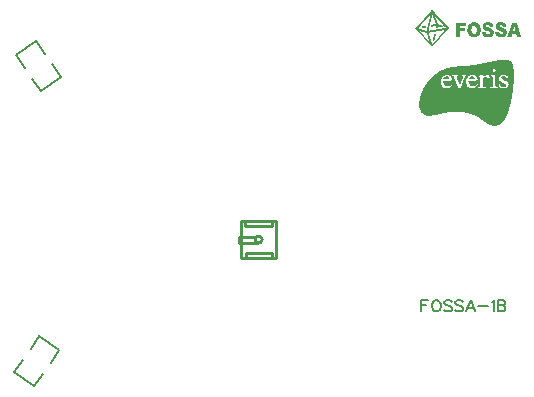
<source format=gto>
G04 Layer: TopSilkLayer*
G04 EasyEDA v6.3.22, 2020-01-22T11:07:26+01:00*
G04 244eb897874448418918cfb691dafd7b,6ac03ef627a24f5ab7c901ca926ad83b,10*
G04 Gerber Generator version 0.2*
G04 Scale: 100 percent, Rotated: No, Reflected: No *
G04 Dimensions in millimeters *
G04 leading zeros omitted , absolute positions ,3 integer and 3 decimal *
%FSLAX33Y33*%
%MOMM*%
G90*
G71D02*

%ADD10C,0.254000*%
%ADD31C,0.199898*%
%ADD32C,0.203200*%

%LPD*%

%LPD*%
G36*
G01X43989Y40299D02*
G01X43914Y40299D01*
G01X43836Y40295D01*
G01X43757Y40289D01*
G01X43678Y40280D01*
G01X43599Y40268D01*
G01X43533Y40257D01*
G01X43491Y40248D01*
G01X43444Y40239D01*
G01X43391Y40229D01*
G01X43335Y40218D01*
G01X43275Y40206D01*
G01X43212Y40194D01*
G01X43145Y40180D01*
G01X43076Y40166D01*
G01X43006Y40151D01*
G01X42934Y40137D01*
G01X42861Y40121D01*
G01X42788Y40106D01*
G01X42716Y40090D01*
G01X42643Y40075D01*
G01X42564Y40058D01*
G01X42487Y40042D01*
G01X42412Y40026D01*
G01X42339Y40011D01*
G01X42268Y39996D01*
G01X42200Y39983D01*
G01X42133Y39969D01*
G01X42067Y39956D01*
G01X42003Y39944D01*
G01X41940Y39932D01*
G01X41820Y39910D01*
G01X41761Y39899D01*
G01X41703Y39889D01*
G01X41646Y39879D01*
G01X41590Y39870D01*
G01X41535Y39861D01*
G01X41480Y39853D01*
G01X41426Y39845D01*
G01X41373Y39837D01*
G01X41319Y39829D01*
G01X41213Y39815D01*
G01X41160Y39809D01*
G01X41106Y39802D01*
G01X41053Y39796D01*
G01X40999Y39791D01*
G01X40944Y39785D01*
G01X40889Y39780D01*
G01X40834Y39774D01*
G01X40777Y39769D01*
G01X40720Y39765D01*
G01X40602Y39755D01*
G01X40480Y39747D01*
G01X40416Y39742D01*
G01X40352Y39738D01*
G01X40285Y39734D01*
G01X40217Y39730D01*
G01X40135Y39725D01*
G01X40055Y39719D01*
G01X39978Y39713D01*
G01X39902Y39705D01*
G01X39829Y39698D01*
G01X39758Y39690D01*
G01X39688Y39680D01*
G01X39620Y39671D01*
G01X39554Y39661D01*
G01X39490Y39650D01*
G01X39427Y39637D01*
G01X39366Y39625D01*
G01X39306Y39611D01*
G01X39247Y39597D01*
G01X39190Y39582D01*
G01X39133Y39566D01*
G01X39077Y39549D01*
G01X39023Y39531D01*
G01X38969Y39512D01*
G01X38916Y39493D01*
G01X38863Y39472D01*
G01X38811Y39451D01*
G01X38760Y39429D01*
G01X38709Y39405D01*
G01X38652Y39378D01*
G01X38597Y39350D01*
G01X38542Y39320D01*
G01X38488Y39291D01*
G01X38434Y39260D01*
G01X38381Y39228D01*
G01X38330Y39195D01*
G01X38278Y39162D01*
G01X38178Y39092D01*
G01X38128Y39056D01*
G01X38080Y39019D01*
G01X38032Y38980D01*
G01X37985Y38942D01*
G01X37893Y38862D01*
G01X37849Y38821D01*
G01X37805Y38779D01*
G01X37762Y38736D01*
G01X37678Y38648D01*
G01X37637Y38604D01*
G01X37597Y38558D01*
G01X37558Y38511D01*
G01X37520Y38464D01*
G01X37483Y38416D01*
G01X37446Y38367D01*
G01X37411Y38319D01*
G01X37376Y38268D01*
G01X37342Y38218D01*
G01X37309Y38167D01*
G01X37277Y38115D01*
G01X37246Y38063D01*
G01X37186Y37955D01*
G01X37130Y37847D01*
G01X37078Y37735D01*
G01X37030Y37621D01*
G01X37008Y37564D01*
G01X36986Y37506D01*
G01X36965Y37447D01*
G01X36946Y37388D01*
G01X36927Y37328D01*
G01X36893Y37208D01*
G01X36878Y37147D01*
G01X36863Y37085D01*
G01X36850Y37023D01*
G01X36838Y36961D01*
G01X36824Y36889D01*
G01X36814Y36818D01*
G01X36805Y36751D01*
G01X36797Y36686D01*
G01X36793Y36622D01*
G01X36790Y36561D01*
G01X36789Y36502D01*
G01X36791Y36445D01*
G01X36794Y36389D01*
G01X36800Y36335D01*
G01X36808Y36282D01*
G01X36818Y36231D01*
G01X36831Y36180D01*
G01X36845Y36131D01*
G01X36862Y36082D01*
G01X36880Y36035D01*
G01X36901Y35987D01*
G01X36924Y35940D01*
G01X36950Y35894D01*
G01X36978Y35848D01*
G01X37006Y35807D01*
G01X37034Y35769D01*
G01X37065Y35734D01*
G01X37097Y35703D01*
G01X37132Y35674D01*
G01X37168Y35649D01*
G01X37207Y35626D01*
G01X37248Y35606D01*
G01X37292Y35589D01*
G01X37340Y35575D01*
G01X37390Y35564D01*
G01X37443Y35556D01*
G01X37500Y35550D01*
G01X37561Y35548D01*
G01X37625Y35548D01*
G01X37693Y35551D01*
G01X37766Y35557D01*
G01X37842Y35565D01*
G01X37924Y35576D01*
G01X38010Y35590D01*
G01X38101Y35606D01*
G01X38197Y35625D01*
G01X38298Y35646D01*
G01X38405Y35670D01*
G01X38495Y35691D01*
G01X38581Y35710D01*
G01X38663Y35728D01*
G01X38742Y35746D01*
G01X38817Y35761D01*
G01X38889Y35776D01*
G01X38959Y35790D01*
G01X39027Y35802D01*
G01X39091Y35814D01*
G01X39154Y35824D01*
G01X39215Y35834D01*
G01X39275Y35842D01*
G01X39333Y35850D01*
G01X39390Y35857D01*
G01X39447Y35863D01*
G01X39503Y35868D01*
G01X39558Y35873D01*
G01X39613Y35877D01*
G01X39669Y35880D01*
G01X39781Y35884D01*
G01X39839Y35885D01*
G01X39898Y35886D01*
G01X40024Y35886D01*
G01X40088Y35884D01*
G01X40153Y35882D01*
G01X40216Y35878D01*
G01X40280Y35874D01*
G01X40343Y35868D01*
G01X40405Y35862D01*
G01X40468Y35855D01*
G01X40529Y35846D01*
G01X40591Y35836D01*
G01X40652Y35826D01*
G01X40713Y35815D01*
G01X40833Y35789D01*
G01X40893Y35774D01*
G01X40952Y35759D01*
G01X41012Y35742D01*
G01X41071Y35724D01*
G01X41130Y35705D01*
G01X41188Y35686D01*
G01X41247Y35664D01*
G01X41304Y35642D01*
G01X41363Y35620D01*
G01X41421Y35595D01*
G01X41478Y35570D01*
G01X41594Y35516D01*
G01X41651Y35487D01*
G01X41708Y35457D01*
G01X41766Y35427D01*
G01X41823Y35395D01*
G01X41881Y35361D01*
G01X41938Y35327D01*
G01X41995Y35292D01*
G01X42052Y35255D01*
G01X42110Y35218D01*
G01X42167Y35179D01*
G01X42224Y35139D01*
G01X42282Y35098D01*
G01X42340Y35055D01*
G01X42410Y35004D01*
G01X42475Y34958D01*
G01X42535Y34915D01*
G01X42592Y34878D01*
G01X42646Y34845D01*
G01X42696Y34816D01*
G01X42744Y34792D01*
G01X42791Y34770D01*
G01X42836Y34752D01*
G01X42880Y34737D01*
G01X42924Y34724D01*
G01X42969Y34715D01*
G01X43015Y34708D01*
G01X43062Y34704D01*
G01X43111Y34701D01*
G01X43162Y34700D01*
G01X43231Y34701D01*
G01X43295Y34704D01*
G01X43354Y34711D01*
G01X43408Y34721D01*
G01X43459Y34735D01*
G01X43508Y34753D01*
G01X43555Y34775D01*
G01X43602Y34803D01*
G01X43648Y34835D01*
G01X43695Y34873D01*
G01X43744Y34916D01*
G01X43795Y34966D01*
G01X43821Y34992D01*
G01X43845Y35020D01*
G01X43870Y35049D01*
G01X43895Y35079D01*
G01X43919Y35111D01*
G01X43943Y35144D01*
G01X43967Y35178D01*
G01X43991Y35213D01*
G01X44014Y35250D01*
G01X44037Y35288D01*
G01X44060Y35327D01*
G01X44083Y35368D01*
G01X44105Y35409D01*
G01X44127Y35452D01*
G01X44149Y35496D01*
G01X44170Y35541D01*
G01X44191Y35587D01*
G01X44213Y35634D01*
G01X44233Y35682D01*
G01X44253Y35731D01*
G01X44274Y35782D01*
G01X44294Y35833D01*
G01X44313Y35885D01*
G01X44332Y35939D01*
G01X44350Y35993D01*
G01X44369Y36048D01*
G01X44388Y36104D01*
G01X44405Y36161D01*
G01X44423Y36219D01*
G01X44457Y36337D01*
G01X44489Y36459D01*
G01X44505Y36521D01*
G01X44535Y36647D01*
G01X44550Y36712D01*
G01X44578Y36842D01*
G01X44617Y37043D01*
G01X44629Y37112D01*
G01X44641Y37180D01*
G01X44674Y37390D01*
G01X44684Y37462D01*
G01X44693Y37533D01*
G01X44702Y37605D01*
G01X44712Y37677D01*
G01X44728Y37824D01*
G01X44735Y37897D01*
G01X44742Y37972D01*
G01X44749Y38046D01*
G01X44755Y38121D01*
G01X44760Y38197D01*
G01X44765Y38272D01*
G01X44770Y38348D01*
G01X44778Y38500D01*
G01X44784Y38654D01*
G01X44786Y38731D01*
G01X44787Y38808D01*
G01X44789Y38886D01*
G01X44789Y39064D01*
G01X44788Y39160D01*
G01X44786Y39250D01*
G01X44783Y39336D01*
G01X44778Y39416D01*
G01X44773Y39492D01*
G01X44766Y39563D01*
G01X44758Y39630D01*
G01X44748Y39692D01*
G01X44737Y39750D01*
G01X44725Y39805D01*
G01X44711Y39855D01*
G01X44695Y39902D01*
G01X44679Y39946D01*
G01X44660Y39987D01*
G01X44639Y40024D01*
G01X44617Y40058D01*
G01X44593Y40090D01*
G01X44567Y40119D01*
G01X44540Y40145D01*
G01X44510Y40170D01*
G01X44478Y40192D01*
G01X44445Y40212D01*
G01X44409Y40231D01*
G01X44366Y40248D01*
G01X44316Y40263D01*
G01X44260Y40275D01*
G01X44199Y40286D01*
G01X44133Y40293D01*
G01X44062Y40297D01*
G01X43989Y40299D01*
G37*

%LPC*%
G36*
G01X41337Y39004D02*
G01X41291Y39006D01*
G01X41245Y39003D01*
G01X41200Y38996D01*
G01X41155Y38985D01*
G01X41111Y38969D01*
G01X41069Y38950D01*
G01X41028Y38928D01*
G01X40989Y38901D01*
G01X40952Y38872D01*
G01X40917Y38839D01*
G01X40885Y38804D01*
G01X40856Y38766D01*
G01X40831Y38724D01*
G01X40808Y38681D01*
G01X40788Y38635D01*
G01X40773Y38586D01*
G01X40762Y38536D01*
G01X40755Y38484D01*
G01X40753Y38429D01*
G01X40756Y38365D01*
G01X40763Y38304D01*
G01X40775Y38247D01*
G01X40791Y38194D01*
G01X40811Y38144D01*
G01X40835Y38098D01*
G01X40862Y38055D01*
G01X40892Y38017D01*
G01X40926Y37983D01*
G01X40962Y37953D01*
G01X41000Y37928D01*
G01X41041Y37907D01*
G01X41084Y37890D01*
G01X41129Y37878D01*
G01X41175Y37871D01*
G01X41222Y37869D01*
G01X41271Y37872D01*
G01X41320Y37880D01*
G01X41371Y37892D01*
G01X41421Y37911D01*
G01X41472Y37935D01*
G01X41522Y37964D01*
G01X41572Y37999D01*
G01X41621Y38039D01*
G01X41678Y38093D01*
G01X41718Y38139D01*
G01X41742Y38174D01*
G01X41749Y38198D01*
G01X41741Y38208D01*
G01X41715Y38203D01*
G01X41675Y38181D01*
G01X41617Y38141D01*
G01X41568Y38108D01*
G01X41517Y38082D01*
G01X41465Y38064D01*
G01X41413Y38052D01*
G01X41361Y38047D01*
G01X41310Y38049D01*
G01X41260Y38057D01*
G01X41213Y38072D01*
G01X41167Y38093D01*
G01X41126Y38119D01*
G01X41087Y38151D01*
G01X41053Y38189D01*
G01X41024Y38232D01*
G01X41000Y38279D01*
G01X40982Y38332D01*
G01X40971Y38389D01*
G01X40953Y38524D01*
G01X41470Y38524D01*
G01X41565Y38525D01*
G01X41634Y38528D01*
G01X41682Y38533D01*
G01X41712Y38542D01*
G01X41729Y38553D01*
G01X41737Y38569D01*
G01X41738Y38590D01*
G01X41734Y38635D01*
G01X41724Y38682D01*
G01X41707Y38730D01*
G01X41685Y38778D01*
G01X41659Y38823D01*
G01X41630Y38864D01*
G01X41598Y38898D01*
G01X41565Y38925D01*
G01X41521Y38951D01*
G01X41476Y38971D01*
G01X41430Y38987D01*
G01X41384Y38998D01*
G01X41337Y39004D01*
G37*
G36*
G01X39186Y39006D02*
G01X39139Y39008D01*
G01X39094Y39004D01*
G01X39047Y38993D01*
G01X38996Y38975D01*
G01X38939Y38951D01*
G01X38885Y38924D01*
G01X38838Y38896D01*
G01X38797Y38866D01*
G01X38761Y38832D01*
G01X38729Y38795D01*
G01X38701Y38751D01*
G01X38675Y38703D01*
G01X38649Y38646D01*
G01X38629Y38592D01*
G01X38615Y38537D01*
G01X38606Y38482D01*
G01X38603Y38428D01*
G01X38604Y38373D01*
G01X38610Y38321D01*
G01X38620Y38269D01*
G01X38635Y38218D01*
G01X38654Y38170D01*
G01X38677Y38124D01*
G01X38703Y38081D01*
G01X38733Y38042D01*
G01X38767Y38005D01*
G01X38803Y37972D01*
G01X38842Y37943D01*
G01X38885Y37919D01*
G01X38930Y37899D01*
G01X38976Y37885D01*
G01X39026Y37876D01*
G01X39077Y37873D01*
G01X39129Y37877D01*
G01X39185Y37888D01*
G01X39244Y37905D01*
G01X39302Y37928D01*
G01X39359Y37955D01*
G01X39415Y37985D01*
G01X39466Y38018D01*
G01X39511Y38053D01*
G01X39548Y38088D01*
G01X39577Y38123D01*
G01X39596Y38156D01*
G01X39602Y38188D01*
G01X39594Y38220D01*
G01X39572Y38229D01*
G01X39541Y38215D01*
G01X39504Y38180D01*
G01X39444Y38126D01*
G01X39364Y38080D01*
G01X39279Y38048D01*
G01X39201Y38036D01*
G01X39154Y38039D01*
G01X39109Y38048D01*
G01X39066Y38063D01*
G01X39026Y38083D01*
G01X38987Y38109D01*
G01X38952Y38140D01*
G01X38920Y38176D01*
G01X38891Y38216D01*
G01X38866Y38261D01*
G01X38845Y38309D01*
G01X38827Y38362D01*
G01X38815Y38418D01*
G01X38795Y38524D01*
G01X39303Y38524D01*
G01X39390Y38525D01*
G01X39460Y38527D01*
G01X39515Y38533D01*
G01X39555Y38542D01*
G01X39583Y38554D01*
G01X39598Y38573D01*
G01X39603Y38596D01*
G01X39599Y38628D01*
G01X39586Y38667D01*
G01X39566Y38714D01*
G01X39541Y38771D01*
G01X39506Y38838D01*
G01X39465Y38888D01*
G01X39414Y38926D01*
G01X39347Y38958D01*
G01X39287Y38980D01*
G01X39234Y38997D01*
G01X39186Y39006D01*
G37*
G36*
G01X43934Y38998D02*
G01X43879Y38999D01*
G01X43829Y38997D01*
G01X43788Y38991D01*
G01X43739Y38976D01*
G01X43695Y38952D01*
G01X43654Y38921D01*
G01X43619Y38883D01*
G01X43590Y38840D01*
G01X43569Y38794D01*
G01X43555Y38744D01*
G01X43550Y38692D01*
G01X43552Y38641D01*
G01X43559Y38598D01*
G01X43575Y38560D01*
G01X43603Y38526D01*
G01X43646Y38490D01*
G01X43708Y38450D01*
G01X43792Y38403D01*
G01X43901Y38345D01*
G01X43990Y38296D01*
G01X44059Y38253D01*
G01X44110Y38213D01*
G01X44143Y38177D01*
G01X44158Y38142D01*
G01X44159Y38107D01*
G01X44144Y38071D01*
G01X44115Y38033D01*
G01X44082Y38007D01*
G01X44042Y37988D01*
G01X43995Y37978D01*
G01X43944Y37975D01*
G01X43892Y37979D01*
G01X43839Y37989D01*
G01X43790Y38005D01*
G01X43744Y38026D01*
G01X43705Y38052D01*
G01X43674Y38082D01*
G01X43654Y38115D01*
G01X43647Y38152D01*
G01X43642Y38170D01*
G01X43628Y38184D01*
G01X43607Y38195D01*
G01X43581Y38198D01*
G01X43547Y38194D01*
G01X43528Y38177D01*
G01X43521Y38140D01*
G01X43524Y38077D01*
G01X43534Y38010D01*
G01X43555Y37969D01*
G01X43600Y37940D01*
G01X43680Y37913D01*
G01X43758Y37893D01*
G01X43834Y37882D01*
G01X43908Y37877D01*
G01X43979Y37881D01*
G01X44045Y37891D01*
G01X44107Y37908D01*
G01X44163Y37932D01*
G01X44214Y37962D01*
G01X44257Y37999D01*
G01X44294Y38041D01*
G01X44321Y38089D01*
G01X44340Y38142D01*
G01X44348Y38183D01*
G01X44351Y38221D01*
G01X44349Y38256D01*
G01X44340Y38290D01*
G01X44325Y38322D01*
G01X44303Y38354D01*
G01X44273Y38386D01*
G01X44235Y38418D01*
G01X44189Y38451D01*
G01X44134Y38486D01*
G01X44070Y38523D01*
G01X43996Y38563D01*
G01X43903Y38614D01*
G01X43830Y38658D01*
G01X43777Y38697D01*
G01X43741Y38732D01*
G01X43723Y38765D01*
G01X43721Y38797D01*
G01X43734Y38829D01*
G01X43762Y38862D01*
G01X43808Y38893D01*
G01X43868Y38908D01*
G01X43934Y38910D01*
G01X44002Y38900D01*
G01X44064Y38879D01*
G01X44117Y38849D01*
G01X44152Y38811D01*
G01X44166Y38766D01*
G01X44171Y38748D01*
G01X44184Y38733D01*
G01X44205Y38723D01*
G01X44230Y38719D01*
G01X44265Y38727D01*
G01X44287Y38749D01*
G01X44300Y38781D01*
G01X44301Y38818D01*
G01X44293Y38858D01*
G01X44274Y38896D01*
G01X44245Y38927D01*
G01X44208Y38949D01*
G01X44163Y38964D01*
G01X44111Y38976D01*
G01X44053Y38986D01*
G01X43993Y38993D01*
G01X43934Y38998D01*
G37*
G36*
G01X39929Y38978D02*
G01X39829Y38979D01*
G01X39744Y38978D01*
G01X39675Y38973D01*
G01X39622Y38966D01*
G01X39587Y38956D01*
G01X39570Y38944D01*
G01X39571Y38930D01*
G01X39593Y38914D01*
G01X39635Y38898D01*
G01X39654Y38891D01*
G01X39673Y38881D01*
G01X39691Y38867D01*
G01X39708Y38847D01*
G01X39726Y38821D01*
G01X39745Y38786D01*
G01X39766Y38742D01*
G01X39790Y38687D01*
G01X39817Y38620D01*
G01X39849Y38539D01*
G01X39885Y38442D01*
G01X39927Y38329D01*
G01X39977Y38195D01*
G01X40016Y38094D01*
G01X40047Y38021D01*
G01X40073Y37972D01*
G01X40097Y37941D01*
G01X40122Y37924D01*
G01X40152Y37916D01*
G01X40188Y37912D01*
G01X40299Y37902D01*
G01X40460Y38363D01*
G01X40498Y38472D01*
G01X40534Y38569D01*
G01X40568Y38653D01*
G01X40598Y38724D01*
G01X40626Y38782D01*
G01X40651Y38828D01*
G01X40674Y38861D01*
G01X40693Y38882D01*
G01X40751Y38933D01*
G01X40754Y38963D01*
G01X40698Y38976D01*
G01X40573Y38979D01*
G01X40507Y38978D01*
G01X40455Y38973D01*
G01X40415Y38965D01*
G01X40389Y38954D01*
G01X40378Y38942D01*
G01X40383Y38928D01*
G01X40405Y38913D01*
G01X40444Y38898D01*
G01X40469Y38888D01*
G01X40490Y38873D01*
G01X40503Y38858D01*
G01X40508Y38843D01*
G01X40504Y38819D01*
G01X40492Y38775D01*
G01X40421Y38562D01*
G01X40361Y38394D01*
G01X40332Y38314D01*
G01X40305Y38243D01*
G01X40281Y38185D01*
G01X40264Y38145D01*
G01X40253Y38125D01*
G01X40246Y38128D01*
G01X40234Y38145D01*
G01X40218Y38174D01*
G01X40198Y38216D01*
G01X40176Y38267D01*
G01X40151Y38327D01*
G01X40124Y38394D01*
G01X40097Y38467D01*
G01X40054Y38586D01*
G01X40022Y38677D01*
G01X40001Y38744D01*
G01X39990Y38791D01*
G01X39987Y38826D01*
G01X39993Y38849D01*
G01X40006Y38869D01*
G01X40026Y38887D01*
G01X40050Y38910D01*
G01X40070Y38931D01*
G01X40083Y38949D01*
G01X40088Y38961D01*
G01X40067Y38968D01*
G01X40012Y38974D01*
G01X39929Y38978D01*
G37*
G36*
G01X42144Y39002D02*
G01X42135Y39008D01*
G01X42121Y39006D01*
G01X42103Y39003D01*
G01X42083Y38999D01*
G01X42062Y38994D01*
G01X42033Y38989D01*
G01X41992Y38981D01*
G01X41943Y38973D01*
G01X41892Y38964D01*
G01X41808Y38943D01*
G01X41775Y38918D01*
G01X41795Y38893D01*
G01X41869Y38870D01*
G01X41967Y38850D01*
G01X41949Y37987D01*
G01X41860Y37976D01*
G01X41825Y37970D01*
G01X41797Y37960D01*
G01X41777Y37948D01*
G01X41771Y37936D01*
G01X41796Y37924D01*
G01X41867Y37914D01*
G01X41972Y37908D01*
G01X42101Y37906D01*
G01X42235Y37908D01*
G01X42333Y37914D01*
G01X42390Y37923D01*
G01X42400Y37935D01*
G01X42382Y37948D01*
G01X42355Y37959D01*
G01X42322Y37969D01*
G01X42288Y37976D01*
G01X42262Y37980D01*
G01X42242Y37988D01*
G01X42227Y38004D01*
G01X42217Y38031D01*
G01X42210Y38074D01*
G01X42205Y38137D01*
G01X42202Y38225D01*
G01X42198Y38340D01*
G01X42196Y38471D01*
G01X42197Y38573D01*
G01X42204Y38650D01*
G01X42218Y38709D01*
G01X42242Y38752D01*
G01X42276Y38785D01*
G01X42323Y38814D01*
G01X42384Y38842D01*
G01X42448Y38866D01*
G01X42487Y38872D01*
G01X42515Y38857D01*
G01X42542Y38820D01*
G01X42566Y38794D01*
G01X42597Y38772D01*
G01X42631Y38757D01*
G01X42664Y38752D01*
G01X42704Y38755D01*
G01X42727Y38770D01*
G01X42739Y38800D01*
G01X42742Y38848D01*
G01X42737Y38891D01*
G01X42723Y38927D01*
G01X42702Y38956D01*
G01X42674Y38978D01*
G01X42640Y38993D01*
G01X42600Y39001D01*
G01X42556Y39002D01*
G01X42508Y38995D01*
G01X42458Y38981D01*
G01X42406Y38960D01*
G01X42352Y38931D01*
G01X42299Y38895D01*
G01X42221Y38839D01*
G01X42180Y38824D01*
G01X42162Y38848D01*
G01X42159Y38914D01*
G01X42157Y38952D01*
G01X42152Y38983D01*
G01X42144Y39002D01*
G37*
G36*
G01X43206Y38997D02*
G01X43150Y38997D01*
G01X43059Y38989D01*
G01X42960Y38976D01*
G01X42878Y38962D01*
G01X42833Y38941D01*
G01X42824Y38915D01*
G01X42849Y38892D01*
G01X42904Y38882D01*
G01X42938Y38877D01*
G01X42965Y38861D01*
G01X42987Y38832D01*
G01X43005Y38789D01*
G01X43017Y38732D01*
G01X43026Y38657D01*
G01X43031Y38564D01*
G01X43032Y38453D01*
G01X43031Y38321D01*
G01X43028Y38217D01*
G01X43020Y38138D01*
G01X43009Y38079D01*
G01X42992Y38038D01*
G01X42969Y38010D01*
G01X42938Y37992D01*
G01X42899Y37981D01*
G01X42842Y37967D01*
G01X42811Y37953D01*
G01X42805Y37940D01*
G01X42823Y37929D01*
G01X42865Y37919D01*
G01X42928Y37912D01*
G01X43011Y37907D01*
G01X43113Y37906D01*
G01X43239Y37908D01*
G01X43336Y37914D01*
G01X43399Y37925D01*
G01X43421Y37938D01*
G01X43416Y37951D01*
G01X43403Y37961D01*
G01X43382Y37968D01*
G01X43357Y37971D01*
G01X43332Y37973D01*
G01X43310Y37981D01*
G01X43290Y37995D01*
G01X43274Y38016D01*
G01X43261Y38045D01*
G01X43250Y38083D01*
G01X43241Y38131D01*
G01X43235Y38190D01*
G01X43231Y38260D01*
G01X43229Y38342D01*
G01X43228Y38438D01*
G01X43229Y38548D01*
G01X43229Y38721D01*
G01X43227Y38797D01*
G01X43224Y38864D01*
G01X43221Y38919D01*
G01X43217Y38961D01*
G01X43212Y38988D01*
G01X43206Y38997D01*
G37*
G36*
G01X43146Y39524D02*
G01X43112Y39529D01*
G01X43079Y39512D01*
G01X43035Y39470D01*
G01X42995Y39406D01*
G01X42992Y39341D01*
G01X43023Y39286D01*
G01X43086Y39252D01*
G01X43139Y39249D01*
G01X43186Y39264D01*
G01X43224Y39294D01*
G01X43249Y39334D01*
G01X43261Y39379D01*
G01X43258Y39424D01*
G01X43237Y39466D01*
G01X43197Y39500D01*
G01X43146Y39524D01*
G37*

%LPD*%
G36*
G01X41285Y38907D02*
G01X41238Y38907D01*
G01X41191Y38899D01*
G01X41144Y38882D01*
G01X41099Y38856D01*
G01X41056Y38819D01*
G01X41005Y38764D01*
G01X40972Y38720D01*
G01X40959Y38685D01*
G01X40966Y38659D01*
G01X40995Y38641D01*
G01X41047Y38629D01*
G01X41122Y38623D01*
G01X41221Y38621D01*
G01X41366Y38623D01*
G01X41443Y38632D01*
G01X41474Y38654D01*
G01X41479Y38697D01*
G01X41474Y38747D01*
G01X41459Y38790D01*
G01X41436Y38828D01*
G01X41406Y38859D01*
G01X41369Y38882D01*
G01X41329Y38898D01*
G01X41285Y38907D01*
G37*

%LPD*%
G36*
G01X39143Y38909D02*
G01X39105Y38914D01*
G01X39066Y38908D01*
G01X39019Y38890D01*
G01X38970Y38863D01*
G01X38926Y38830D01*
G01X38886Y38793D01*
G01X38855Y38752D01*
G01X38834Y38715D01*
G01X38826Y38684D01*
G01X38834Y38650D01*
G01X38868Y38631D01*
G01X38946Y38623D01*
G01X39085Y38621D01*
G01X39226Y38623D01*
G01X39304Y38632D01*
G01X39336Y38652D01*
G01X39344Y38688D01*
G01X39337Y38724D01*
G01X39320Y38762D01*
G01X39293Y38800D01*
G01X39260Y38836D01*
G01X39223Y38867D01*
G01X39183Y38892D01*
G01X39143Y38909D01*
G37*

%LPD*%
G36*
G01X44850Y43426D02*
G01X44760Y43429D01*
G01X44697Y43423D01*
G01X44658Y43411D01*
G01X44641Y43391D01*
G01X44636Y43379D01*
G01X44630Y43358D01*
G01X44620Y43329D01*
G01X44607Y43291D01*
G01X44575Y43195D01*
G01X44556Y43137D01*
G01X44535Y43075D01*
G01X44512Y43008D01*
G01X44489Y42937D01*
G01X44464Y42864D01*
G01X44438Y42788D01*
G01X44251Y42231D01*
G01X44424Y42231D01*
G01X44520Y42234D01*
G01X44575Y42246D01*
G01X44606Y42278D01*
G01X44629Y42337D01*
G01X44652Y42397D01*
G01X44684Y42428D01*
G01X44744Y42441D01*
G01X44850Y42443D01*
G01X44957Y42441D01*
G01X45015Y42429D01*
G01X45042Y42397D01*
G01X45057Y42337D01*
G01X45071Y42277D01*
G01X45098Y42245D01*
G01X45154Y42233D01*
G01X45258Y42231D01*
G01X45440Y42231D01*
G01X45242Y42823D01*
G01X45045Y43416D01*
G01X44850Y43426D01*
G37*

%LPC*%
G36*
G01X44857Y43069D02*
G01X44846Y43080D01*
G01X44822Y43041D01*
G01X44790Y42950D01*
G01X44763Y42846D01*
G01X44751Y42766D01*
G01X44758Y42751D01*
G01X44779Y42738D01*
G01X44809Y42729D01*
G01X44846Y42726D01*
G01X44907Y42732D01*
G01X44935Y42761D01*
G01X44932Y42826D01*
G01X44904Y42943D01*
G01X44888Y42996D01*
G01X44872Y43039D01*
G01X44857Y43069D01*
G37*

%LPD*%
G36*
G01X40729Y43433D02*
G01X39874Y43433D01*
G01X39874Y42231D01*
G01X40223Y42231D01*
G01X40223Y42726D01*
G01X40666Y42726D01*
G01X40666Y43009D01*
G01X40444Y43009D01*
G01X40326Y43011D01*
G01X40259Y43020D01*
G01X40230Y43041D01*
G01X40223Y43080D01*
G01X40230Y43118D01*
G01X40263Y43139D01*
G01X40339Y43149D01*
G01X40476Y43151D01*
G01X40729Y43151D01*
G01X40729Y43433D01*
G37*

%LPD*%
G36*
G01X41496Y43463D02*
G01X41426Y43469D01*
G01X41357Y43463D01*
G01X41283Y43447D01*
G01X41209Y43422D01*
G01X41141Y43389D01*
G01X41082Y43351D01*
G01X41031Y43308D01*
G01X40987Y43259D01*
G01X40951Y43204D01*
G01X40921Y43142D01*
G01X40897Y43072D01*
G01X40879Y42994D01*
G01X40867Y42906D01*
G01X40863Y42847D01*
G01X40863Y42788D01*
G01X40867Y42730D01*
G01X40874Y42674D01*
G01X40886Y42619D01*
G01X40902Y42566D01*
G01X40921Y42516D01*
G01X40944Y42469D01*
G01X40971Y42424D01*
G01X41001Y42383D01*
G01X41034Y42344D01*
G01X41070Y42310D01*
G01X41106Y42281D01*
G01X41138Y42259D01*
G01X41171Y42241D01*
G01X41206Y42229D01*
G01X41246Y42221D01*
G01X41295Y42216D01*
G01X41355Y42214D01*
G01X41429Y42213D01*
G01X41498Y42214D01*
G01X41559Y42218D01*
G01X41613Y42226D01*
G01X41662Y42237D01*
G01X41705Y42253D01*
G01X41744Y42272D01*
G01X41779Y42297D01*
G01X41811Y42328D01*
G01X41841Y42365D01*
G01X41869Y42407D01*
G01X41897Y42457D01*
G01X41925Y42515D01*
G01X41950Y42577D01*
G01X41969Y42640D01*
G01X41983Y42704D01*
G01X41992Y42768D01*
G01X41995Y42832D01*
G01X41993Y42895D01*
G01X41986Y42958D01*
G01X41974Y43018D01*
G01X41957Y43077D01*
G01X41935Y43133D01*
G01X41909Y43186D01*
G01X41878Y43235D01*
G01X41843Y43281D01*
G01X41803Y43322D01*
G01X41760Y43358D01*
G01X41712Y43389D01*
G01X41644Y43422D01*
G01X41570Y43447D01*
G01X41496Y43463D01*
G37*

%LPC*%
G36*
G01X41470Y43180D02*
G01X41426Y43186D01*
G01X41378Y43178D01*
G01X41334Y43155D01*
G01X41296Y43120D01*
G01X41263Y43073D01*
G01X41236Y43019D01*
G01X41217Y42958D01*
G01X41204Y42893D01*
G01X41200Y42825D01*
G01X41203Y42756D01*
G01X41216Y42690D01*
G01X41238Y42628D01*
G01X41270Y42572D01*
G01X41329Y42515D01*
G01X41400Y42483D01*
G01X41475Y42479D01*
G01X41540Y42505D01*
G01X41569Y42533D01*
G01X41593Y42571D01*
G01X41613Y42615D01*
G01X41629Y42665D01*
G01X41640Y42720D01*
G01X41646Y42777D01*
G01X41648Y42836D01*
G01X41645Y42895D01*
G01X41637Y42951D01*
G01X41624Y43004D01*
G01X41606Y43052D01*
G01X41582Y43093D01*
G01X41548Y43133D01*
G01X41510Y43162D01*
G01X41470Y43180D01*
G37*

%LPD*%
G36*
G01X42681Y43462D02*
G01X42611Y43465D01*
G01X42540Y43463D01*
G01X42472Y43453D01*
G01X42410Y43439D01*
G01X42357Y43418D01*
G01X42295Y43381D01*
G01X42244Y43335D01*
G01X42204Y43282D01*
G01X42176Y43223D01*
G01X42160Y43160D01*
G01X42157Y43095D01*
G01X42167Y43029D01*
G01X42191Y42962D01*
G01X42213Y42922D01*
G01X42237Y42888D01*
G01X42265Y42857D01*
G01X42300Y42830D01*
G01X42343Y42804D01*
G01X42397Y42779D01*
G01X42464Y42753D01*
G01X42545Y42724D01*
G01X42663Y42682D01*
G01X42726Y42648D01*
G01X42750Y42610D01*
G01X42750Y42556D01*
G01X42741Y42509D01*
G01X42724Y42478D01*
G01X42695Y42459D01*
G01X42651Y42449D01*
G01X42577Y42457D01*
G01X42509Y42493D01*
G01X42459Y42547D01*
G01X42439Y42610D01*
G01X42432Y42632D01*
G01X42406Y42646D01*
G01X42360Y42651D01*
G01X42289Y42648D01*
G01X42212Y42640D01*
G01X42165Y42625D01*
G01X42140Y42600D01*
G01X42129Y42560D01*
G01X42131Y42519D01*
G01X42149Y42469D01*
G01X42180Y42414D01*
G01X42224Y42354D01*
G01X42286Y42286D01*
G01X42344Y42244D01*
G01X42416Y42220D01*
G01X42522Y42206D01*
G01X42603Y42201D01*
G01X42678Y42203D01*
G01X42748Y42212D01*
G01X42812Y42227D01*
G01X42870Y42248D01*
G01X42921Y42277D01*
G01X42967Y42311D01*
G01X43006Y42352D01*
G01X43038Y42398D01*
G01X43064Y42451D01*
G01X43083Y42510D01*
G01X43095Y42574D01*
G01X43098Y42632D01*
G01X43093Y42686D01*
G01X43079Y42737D01*
G01X43058Y42784D01*
G01X43027Y42828D01*
G01X42988Y42869D01*
G01X42940Y42907D01*
G01X42882Y42943D01*
G01X42816Y42975D01*
G01X42740Y43006D01*
G01X42654Y43034D01*
G01X42558Y43060D01*
G01X42520Y43073D01*
G01X42493Y43093D01*
G01X42476Y43119D01*
G01X42471Y43151D01*
G01X42480Y43184D01*
G01X42504Y43208D01*
G01X42538Y43222D01*
G01X42580Y43226D01*
G01X42623Y43221D01*
G01X42664Y43207D01*
G01X42700Y43184D01*
G01X42724Y43151D01*
G01X42748Y43117D01*
G01X42781Y43095D01*
G01X42829Y43083D01*
G01X42898Y43080D01*
G01X42953Y43082D01*
G01X43001Y43088D01*
G01X43035Y43096D01*
G01X43053Y43106D01*
G01X43059Y43137D01*
G01X43054Y43177D01*
G01X43038Y43221D01*
G01X43014Y43269D01*
G01X42983Y43315D01*
G01X42947Y43357D01*
G01X42909Y43392D01*
G01X42869Y43417D01*
G01X42813Y43438D01*
G01X42749Y43453D01*
G01X42681Y43462D01*
G37*

%LPD*%
G36*
G01X43710Y43465D02*
G01X43641Y43465D01*
G01X43577Y43461D01*
G01X43523Y43454D01*
G01X43484Y43444D01*
G01X43441Y43421D01*
G01X43399Y43390D01*
G01X43362Y43352D01*
G01X43329Y43309D01*
G01X43301Y43262D01*
G01X43281Y43212D01*
G01X43267Y43162D01*
G01X43263Y43113D01*
G01X43267Y43047D01*
G01X43280Y42989D01*
G01X43302Y42938D01*
G01X43335Y42893D01*
G01X43380Y42852D01*
G01X43438Y42814D01*
G01X43509Y42779D01*
G01X43596Y42745D01*
G01X43673Y42715D01*
G01X43736Y42686D01*
G01X43786Y42658D01*
G01X43823Y42629D01*
G01X43848Y42600D01*
G01X43860Y42569D01*
G01X43863Y42536D01*
G01X43855Y42501D01*
G01X43829Y42464D01*
G01X43789Y42445D01*
G01X43738Y42442D01*
G01X43685Y42453D01*
G01X43634Y42478D01*
G01X43589Y42512D01*
G01X43559Y42555D01*
G01X43548Y42605D01*
G01X43540Y42628D01*
G01X43516Y42644D01*
G01X43475Y42652D01*
G01X43413Y42655D01*
G01X43346Y42653D01*
G01X43295Y42647D01*
G01X43259Y42637D01*
G01X43236Y42618D01*
G01X43227Y42592D01*
G01X43229Y42557D01*
G01X43241Y42510D01*
G01X43264Y42450D01*
G01X43293Y42388D01*
G01X43329Y42334D01*
G01X43372Y42291D01*
G01X43422Y42256D01*
G01X43479Y42229D01*
G01X43546Y42210D01*
G01X43621Y42199D01*
G01X43706Y42196D01*
G01X43780Y42199D01*
G01X43849Y42209D01*
G01X43912Y42225D01*
G01X43969Y42247D01*
G01X44021Y42275D01*
G01X44066Y42309D01*
G01X44105Y42349D01*
G01X44137Y42394D01*
G01X44162Y42444D01*
G01X44180Y42499D01*
G01X44191Y42559D01*
G01X44196Y42624D01*
G01X44193Y42677D01*
G01X44186Y42724D01*
G01X44174Y42768D01*
G01X44155Y42807D01*
G01X44129Y42843D01*
G01X44097Y42876D01*
G01X44056Y42907D01*
G01X44007Y42936D01*
G01X43949Y42963D01*
G01X43881Y42990D01*
G01X43803Y43017D01*
G01X43714Y43043D01*
G01X43650Y43065D01*
G01X43609Y43089D01*
G01X43586Y43117D01*
G01X43579Y43152D01*
G01X43589Y43185D01*
G01X43614Y43209D01*
G01X43650Y43223D01*
G01X43693Y43228D01*
G01X43736Y43223D01*
G01X43775Y43208D01*
G01X43806Y43184D01*
G01X43824Y43151D01*
G01X43838Y43115D01*
G01X43866Y43093D01*
G01X43916Y43083D01*
G01X43995Y43080D01*
G01X44078Y43082D01*
G01X44125Y43093D01*
G01X44145Y43117D01*
G01X44149Y43161D01*
G01X44145Y43199D01*
G01X44132Y43239D01*
G01X44112Y43278D01*
G01X44085Y43317D01*
G01X44054Y43353D01*
G01X44018Y43386D01*
G01X43979Y43414D01*
G01X43938Y43436D01*
G01X43898Y43447D01*
G01X43843Y43456D01*
G01X43779Y43462D01*
G01X43710Y43465D01*
G37*

%LPD*%
G36*
G01X37885Y44525D02*
G01X37880Y44529D01*
G01X37874Y44525D01*
G01X37843Y44494D01*
G01X37817Y44467D01*
G01X37786Y44433D01*
G01X37748Y44393D01*
G01X37706Y44347D01*
G01X37659Y44296D01*
G01X37607Y44239D01*
G01X37551Y44178D01*
G01X37492Y44112D01*
G01X37429Y44043D01*
G01X37363Y43970D01*
G01X37295Y43894D01*
G01X37224Y43815D01*
G01X37152Y43734D01*
G01X36439Y42938D01*
G01X37160Y42134D01*
G01X37880Y41329D01*
G01X39320Y42938D01*
G01X38608Y43734D01*
G01X38535Y43815D01*
G01X38465Y43894D01*
G01X38396Y43970D01*
G01X38330Y44043D01*
G01X38268Y44112D01*
G01X38208Y44178D01*
G01X38152Y44239D01*
G01X38101Y44296D01*
G01X38053Y44347D01*
G01X38011Y44393D01*
G01X37974Y44433D01*
G01X37943Y44467D01*
G01X37917Y44494D01*
G01X37898Y44513D01*
G01X37885Y44525D01*
G37*

%LPC*%
G36*
G01X38896Y42792D02*
G01X38877Y42793D01*
G01X38856Y42790D01*
G01X38820Y42786D01*
G01X38771Y42779D01*
G01X38710Y42769D01*
G01X38639Y42758D01*
G01X38560Y42745D01*
G01X38475Y42732D01*
G01X38385Y42716D01*
G01X38292Y42701D01*
G01X38198Y42685D01*
G01X38105Y42669D01*
G01X38014Y42653D01*
G01X37926Y42638D01*
G01X37844Y42623D01*
G01X37771Y42610D01*
G01X37706Y42598D01*
G01X37652Y42587D01*
G01X37610Y42579D01*
G01X37583Y42573D01*
G01X37572Y42569D01*
G01X37574Y42557D01*
G01X37582Y42526D01*
G01X37597Y42479D01*
G01X37617Y42418D01*
G01X37642Y42346D01*
G01X37669Y42267D01*
G01X37699Y42183D01*
G01X37730Y42096D01*
G01X37762Y42009D01*
G01X37793Y41924D01*
G01X37822Y41846D01*
G01X37849Y41775D01*
G01X37872Y41716D01*
G01X37891Y41670D01*
G01X37904Y41640D01*
G01X37911Y41630D01*
G01X37918Y41635D01*
G01X37959Y41676D01*
G01X37991Y41710D01*
G01X38030Y41752D01*
G01X38076Y41801D01*
G01X38128Y41857D01*
G01X38184Y41919D01*
G01X38246Y41987D01*
G01X38311Y42058D01*
G01X38379Y42135D01*
G01X38450Y42213D01*
G01X38560Y42337D01*
G01X38653Y42441D01*
G01X38729Y42529D01*
G01X38791Y42601D01*
G01X38839Y42659D01*
G01X38874Y42704D01*
G01X38898Y42738D01*
G01X38910Y42763D01*
G01X38913Y42779D01*
G01X38908Y42788D01*
G01X38896Y42792D01*
G37*
G36*
G01X37115Y42662D02*
G01X36824Y42756D01*
G01X37233Y42299D01*
G01X37315Y42207D01*
G01X37392Y42122D01*
G01X37462Y42044D01*
G01X37523Y41976D01*
G01X37614Y41878D01*
G01X37639Y41851D01*
G01X37649Y41842D01*
G01X37651Y41843D01*
G01X37651Y41850D01*
G01X37646Y41867D01*
G01X37636Y41899D01*
G01X37592Y42031D01*
G01X37554Y42140D01*
G01X37504Y42284D01*
G01X37406Y42567D01*
G01X37115Y42662D01*
G37*
G36*
G01X37712Y44078D02*
G01X37713Y44091D01*
G01X37707Y44088D01*
G01X37692Y44074D01*
G01X37669Y44051D01*
G01X37639Y44020D01*
G01X37601Y43981D01*
G01X37558Y43934D01*
G01X37509Y43881D01*
G01X37454Y43822D01*
G01X37395Y43757D01*
G01X37333Y43689D01*
G01X37267Y43615D01*
G01X37199Y43540D01*
G01X37118Y43448D01*
G01X37045Y43365D01*
G01X36979Y43289D01*
G01X36922Y43222D01*
G01X36873Y43162D01*
G01X36831Y43111D01*
G01X36797Y43066D01*
G01X36771Y43030D01*
G01X36752Y43001D01*
G01X36741Y42979D01*
G01X36738Y42965D01*
G01X36742Y42958D01*
G01X36784Y42943D01*
G01X36865Y42915D01*
G01X36973Y42878D01*
G01X37096Y42838D01*
G01X37405Y42736D01*
G01X37435Y42864D01*
G01X37440Y42886D01*
G01X37447Y42917D01*
G01X37456Y42956D01*
G01X37468Y43002D01*
G01X37480Y43055D01*
G01X37494Y43114D01*
G01X37509Y43177D01*
G01X37524Y43244D01*
G01X37541Y43314D01*
G01X37558Y43387D01*
G01X37576Y43461D01*
G01X37594Y43536D01*
G01X37619Y43645D01*
G01X37643Y43748D01*
G01X37664Y43842D01*
G01X37682Y43923D01*
G01X37696Y43992D01*
G01X37706Y44044D01*
G01X37712Y44078D01*
G37*
G36*
G01X37902Y44133D02*
G01X37898Y44141D01*
G01X37895Y44134D01*
G01X37889Y44113D01*
G01X37880Y44081D01*
G01X37869Y44038D01*
G01X37856Y43984D01*
G01X37841Y43923D01*
G01X37824Y43854D01*
G01X37806Y43780D01*
G01X37787Y43700D01*
G01X37768Y43616D01*
G01X37747Y43531D01*
G01X37707Y43357D01*
G01X37687Y43271D01*
G01X37668Y43188D01*
G01X37650Y43108D01*
G01X37633Y43033D01*
G01X37617Y42964D01*
G01X37604Y42902D01*
G01X37592Y42848D01*
G01X37583Y42804D01*
G01X37576Y42771D01*
G01X37573Y42750D01*
G01X37572Y42742D01*
G01X37581Y42741D01*
G01X37604Y42744D01*
G01X37639Y42748D01*
G01X37685Y42755D01*
G01X37741Y42764D01*
G01X37806Y42775D01*
G01X37878Y42787D01*
G01X37955Y42800D01*
G01X38038Y42815D01*
G01X38124Y42830D01*
G01X38213Y42846D01*
G01X38303Y42863D01*
G01X38392Y42879D01*
G01X38481Y42896D01*
G01X38566Y42912D01*
G01X38648Y42928D01*
G01X38725Y42942D01*
G01X38796Y42957D01*
G01X38859Y42969D01*
G01X38914Y42980D01*
G01X38958Y42990D01*
G01X38992Y42998D01*
G01X39012Y43004D01*
G01X39019Y43007D01*
G01X39015Y43015D01*
G01X39003Y43031D01*
G01X38983Y43056D01*
G01X38956Y43088D01*
G01X38923Y43127D01*
G01X38884Y43172D01*
G01X38840Y43223D01*
G01X38791Y43279D01*
G01X38738Y43339D01*
G01X38681Y43403D01*
G01X38621Y43470D01*
G01X38559Y43540D01*
G01X38494Y43612D01*
G01X38432Y43679D01*
G01X38375Y43740D01*
G01X38324Y43795D01*
G01X38277Y43843D01*
G01X38236Y43884D01*
G01X38201Y43917D01*
G01X38172Y43944D01*
G01X38150Y43961D01*
G01X38135Y43971D01*
G01X38127Y43972D01*
G01X38128Y43964D01*
G01X38161Y43865D01*
G01X38178Y43818D01*
G01X38196Y43765D01*
G01X38215Y43708D01*
G01X38256Y43591D01*
G01X38355Y43306D01*
G01X38592Y43228D01*
G01X38697Y43190D01*
G01X38772Y43156D01*
G01X38815Y43125D01*
G01X38829Y43096D01*
G01X38814Y43045D01*
G01X38768Y43023D01*
G01X38688Y43028D01*
G01X38577Y43062D01*
G01X38460Y43098D01*
G01X38383Y43101D01*
G01X38338Y43070D01*
G01X38317Y43002D01*
G01X38309Y42967D01*
G01X38294Y42941D01*
G01X38272Y42926D01*
G01X38244Y42921D01*
G01X38213Y42925D01*
G01X38194Y42942D01*
G01X38187Y42975D01*
G01X38188Y43030D01*
G01X38196Y43139D01*
G01X38046Y43112D01*
G01X37911Y43089D01*
G01X37829Y43085D01*
G01X37785Y43100D01*
G01X37763Y43136D01*
G01X37761Y43187D01*
G01X37797Y43224D01*
G01X37880Y43253D01*
G01X38015Y43275D01*
G01X38093Y43288D01*
G01X38149Y43304D01*
G01X38180Y43321D01*
G01X38186Y43340D01*
G01X38180Y43356D01*
G01X38170Y43385D01*
G01X38155Y43428D01*
G01X38137Y43480D01*
G01X38115Y43541D01*
G01X38091Y43610D01*
G01X38066Y43683D01*
G01X38012Y43837D01*
G01X37987Y43908D01*
G01X37964Y43973D01*
G01X37943Y44029D01*
G01X37925Y44075D01*
G01X37912Y44111D01*
G01X37902Y44133D01*
G37*

%LPD*%
G36*
G01X37358Y43135D02*
G01X37296Y43145D01*
G01X37211Y43139D01*
G01X37104Y43119D01*
G01X37061Y43105D01*
G01X37031Y43086D01*
G01X37014Y43060D01*
G01X37009Y43026D01*
G01X37014Y42989D01*
G01X37035Y42970D01*
G01X37084Y42964D01*
G01X37167Y42968D01*
G01X37276Y42986D01*
G01X37354Y43019D01*
G01X37395Y43062D01*
G01X37391Y43112D01*
G01X37358Y43135D01*
G37*

%LPD*%
G36*
G01X38150Y42509D02*
G01X38112Y42513D01*
G01X38076Y42499D01*
G01X38053Y42469D01*
G01X38042Y42433D01*
G01X38024Y42366D01*
G01X38000Y42278D01*
G01X37975Y42179D01*
G01X37946Y42055D01*
G01X37932Y41973D01*
G01X37934Y41921D01*
G01X37951Y41888D01*
G01X37969Y41874D01*
G01X37990Y41865D01*
G01X38010Y41863D01*
G01X38027Y41870D01*
G01X38040Y41887D01*
G01X38055Y41923D01*
G01X38072Y41972D01*
G01X38090Y42033D01*
G01X38109Y42101D01*
G01X38127Y42172D01*
G01X38144Y42244D01*
G01X38158Y42312D01*
G01X38170Y42374D01*
G01X38177Y42426D01*
G01X38180Y42464D01*
G01X38177Y42485D01*
G01X38150Y42509D01*
G37*

%LPD*%
G54D10*
G01X21690Y23499D02*
G01X21690Y26599D01*
G01X21690Y26598D02*
G01X24690Y26598D01*
G01X21690Y23499D02*
G01X24690Y23499D01*
G01X24690Y23498D02*
G01X24690Y26598D01*
G01X23049Y24779D02*
G01X21509Y24779D01*
G01X21509Y25298D01*
G01X23009Y25298D01*
G01X22089Y23509D02*
G01X22079Y23499D01*
G01X22079Y23889D01*
G01X24329Y23889D01*
G01X24329Y23499D01*
G01X24307Y26565D02*
G01X24317Y26575D01*
G01X24317Y26185D01*
G01X22067Y26185D01*
G01X22067Y26575D01*
G54D31*
G01X5573Y14638D02*
G01X6330Y15720D01*
G01X4634Y16907D01*
G01X3877Y15826D01*
G01X4923Y13711D02*
G01X4166Y12630D01*
G01X2470Y13817D01*
G01X3228Y14898D01*
G01X5086Y40810D02*
G01X4329Y41891D01*
G01X2633Y40704D01*
G01X3390Y39622D01*
G01X5736Y39882D02*
G01X6493Y38801D01*
G01X4797Y37614D01*
G01X4040Y38695D01*
G54D32*
G01X36979Y19940D02*
G01X36979Y18985D01*
G01X36979Y19940D02*
G01X37569Y19940D01*
G01X36979Y19485D02*
G01X37343Y19485D01*
G01X38143Y19940D02*
G01X38051Y19894D01*
G01X37960Y19802D01*
G01X37914Y19714D01*
G01X37868Y19576D01*
G01X37868Y19348D01*
G01X37914Y19213D01*
G01X37960Y19122D01*
G01X38051Y19030D01*
G01X38143Y18985D01*
G01X38323Y18985D01*
G01X38415Y19030D01*
G01X38506Y19122D01*
G01X38552Y19213D01*
G01X38597Y19348D01*
G01X38597Y19576D01*
G01X38552Y19714D01*
G01X38506Y19802D01*
G01X38415Y19894D01*
G01X38323Y19940D01*
G01X38143Y19940D01*
G01X39532Y19802D02*
G01X39443Y19894D01*
G01X39306Y19940D01*
G01X39123Y19940D01*
G01X38989Y19894D01*
G01X38897Y19802D01*
G01X38897Y19714D01*
G01X38943Y19622D01*
G01X38989Y19576D01*
G01X39078Y19531D01*
G01X39352Y19439D01*
G01X39443Y19393D01*
G01X39486Y19348D01*
G01X39532Y19259D01*
G01X39532Y19122D01*
G01X39443Y19030D01*
G01X39306Y18985D01*
G01X39123Y18985D01*
G01X38989Y19030D01*
G01X38897Y19122D01*
G01X40469Y19802D02*
G01X40378Y19894D01*
G01X40243Y19940D01*
G01X40061Y19940D01*
G01X39923Y19894D01*
G01X39832Y19802D01*
G01X39832Y19714D01*
G01X39878Y19622D01*
G01X39923Y19576D01*
G01X40015Y19531D01*
G01X40287Y19439D01*
G01X40378Y19393D01*
G01X40424Y19348D01*
G01X40469Y19259D01*
G01X40469Y19122D01*
G01X40378Y19030D01*
G01X40243Y18985D01*
G01X40061Y18985D01*
G01X39923Y19030D01*
G01X39832Y19122D01*
G01X41132Y19940D02*
G01X40769Y18985D01*
G01X41132Y19940D02*
G01X41496Y18985D01*
G01X40906Y19302D02*
G01X41361Y19302D01*
G01X41798Y19393D02*
G01X42616Y19393D01*
G01X42915Y19757D02*
G01X43007Y19802D01*
G01X43142Y19940D01*
G01X43142Y18985D01*
G01X43441Y19940D02*
G01X43441Y18985D01*
G01X43441Y19940D02*
G01X43850Y19940D01*
G01X43987Y19894D01*
G01X44033Y19848D01*
G01X44079Y19757D01*
G01X44079Y19668D01*
G01X44033Y19576D01*
G01X43987Y19531D01*
G01X43850Y19485D01*
G01X43441Y19485D02*
G01X43850Y19485D01*
G01X43987Y19439D01*
G01X44033Y19393D01*
G01X44079Y19302D01*
G01X44079Y19167D01*
G01X44033Y19076D01*
G01X43987Y19030D01*
G01X43850Y18985D01*
G01X43441Y18985D01*
G54D10*
G75*
G01X23490Y25049D02*
G03X23490Y25049I-300J0D01*
G01*
M00*
M02*

</source>
